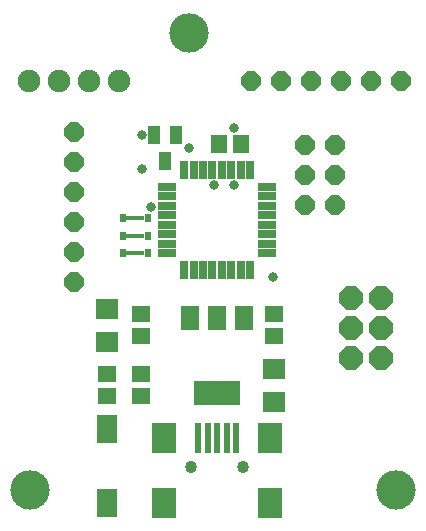
<source format=gts>
G75*
%MOIN*%
%OFA0B0*%
%FSLAX25Y25*%
%IPPOS*%
%LPD*%
%AMOC8*
5,1,8,0,0,1.08239X$1,22.5*
%
%ADD10C,0.13098*%
%ADD11R,0.06406X0.05618*%
%ADD12R,0.07587X0.06799*%
%ADD13R,0.06400X0.08400*%
%ADD14R,0.15500X0.08400*%
%ADD15R,0.07598X0.06799*%
%ADD16R,0.01969X0.03150*%
%ADD17R,0.06299X0.01575*%
%ADD18R,0.05618X0.06406*%
%ADD19R,0.06799X0.09555*%
%ADD20R,0.04437X0.06012*%
%ADD21R,0.06300X0.02500*%
%ADD22R,0.02500X0.06300*%
%ADD23R,0.02469X0.10343*%
%ADD24R,0.08374X0.10343*%
%ADD25C,0.04043*%
%ADD26OC8,0.06500*%
%ADD27C,0.07500*%
%ADD28OC8,0.07900*%
%ADD29C,0.03200*%
D10*
X0013611Y0017030D03*
X0135658Y0017030D03*
X0066761Y0169589D03*
D11*
X0050776Y0075809D03*
X0050776Y0068329D03*
X0050776Y0055770D03*
X0050776Y0048290D03*
X0039241Y0048290D03*
X0039241Y0055770D03*
X0095068Y0068329D03*
X0095068Y0075809D03*
D12*
X0095068Y0057542D03*
X0095068Y0046518D03*
D13*
X0084991Y0074312D03*
X0075991Y0074312D03*
X0066991Y0074312D03*
D14*
X0076091Y0049512D03*
D15*
X0039241Y0066392D03*
X0039241Y0077589D03*
D16*
X0044674Y0096006D03*
X0044674Y0101912D03*
X0044674Y0107817D03*
X0052942Y0107817D03*
X0052942Y0101912D03*
X0052942Y0096006D03*
D17*
X0048808Y0096006D03*
X0048808Y0101912D03*
X0048808Y0107817D03*
D18*
X0076564Y0132542D03*
X0084044Y0132542D03*
D19*
X0039241Y0037463D03*
X0039241Y0012660D03*
D20*
X0058769Y0126676D03*
X0062509Y0135337D03*
X0055028Y0135337D03*
D21*
X0059391Y0118148D03*
X0059391Y0115048D03*
X0059391Y0111848D03*
X0059391Y0108748D03*
X0059391Y0105548D03*
X0059391Y0102448D03*
X0059391Y0099248D03*
X0059391Y0096148D03*
X0092791Y0096148D03*
X0092791Y0099248D03*
X0092791Y0102448D03*
X0092791Y0105548D03*
X0092791Y0108748D03*
X0092791Y0111848D03*
X0092791Y0115048D03*
X0092791Y0118148D03*
D22*
X0087091Y0123848D03*
X0083991Y0123848D03*
X0080791Y0123848D03*
X0077691Y0123848D03*
X0074491Y0123848D03*
X0071391Y0123848D03*
X0068191Y0123848D03*
X0065091Y0123848D03*
X0065091Y0090448D03*
X0068191Y0090448D03*
X0071391Y0090448D03*
X0074491Y0090448D03*
X0077691Y0090448D03*
X0080791Y0090448D03*
X0083991Y0090448D03*
X0087091Y0090448D03*
D23*
X0082391Y0034471D03*
X0079241Y0034471D03*
X0076091Y0034471D03*
X0072942Y0034471D03*
X0069792Y0034471D03*
D24*
X0058375Y0034471D03*
X0058375Y0012817D03*
X0093808Y0012817D03*
X0093808Y0034471D03*
D25*
X0084753Y0024628D03*
X0067430Y0024628D03*
D26*
X0028375Y0086518D03*
X0028375Y0096518D03*
X0028375Y0106518D03*
X0028375Y0116518D03*
X0028375Y0126518D03*
X0028375Y0136518D03*
X0087312Y0153290D03*
X0097312Y0153290D03*
X0107312Y0153290D03*
X0117312Y0153290D03*
X0127312Y0153290D03*
X0137312Y0153290D03*
X0115265Y0132030D03*
X0115265Y0122030D03*
X0115265Y0112030D03*
X0105265Y0112030D03*
X0105265Y0122030D03*
X0105265Y0132030D03*
D27*
X0043375Y0153290D03*
X0033375Y0153290D03*
X0023375Y0153290D03*
X0013375Y0153290D03*
D28*
X0120816Y0081164D03*
X0120816Y0071164D03*
X0120816Y0061164D03*
X0130816Y0061164D03*
X0130816Y0071164D03*
X0130816Y0081164D03*
D29*
X0094800Y0088019D03*
X0081600Y0118619D03*
X0075000Y0118619D03*
X0066600Y0131219D03*
X0051000Y0135419D03*
X0051000Y0124019D03*
X0054000Y0111419D03*
X0081600Y0137819D03*
M02*

</source>
